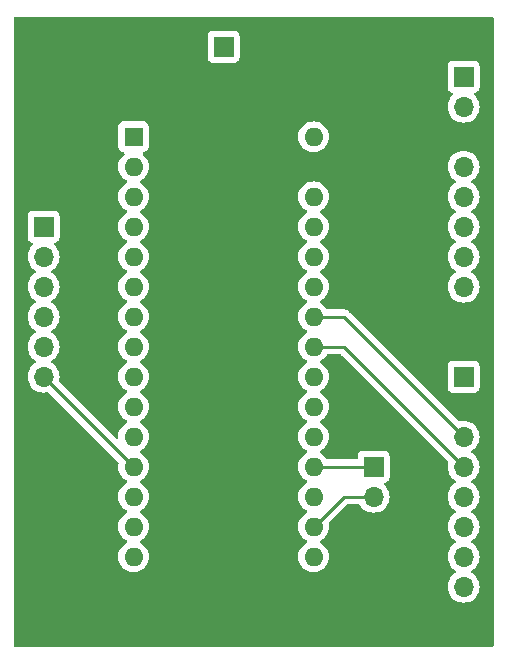
<source format=gbl>
G04 #@! TF.GenerationSoftware,KiCad,Pcbnew,7.0.10*
G04 #@! TF.CreationDate,2024-02-28T18:50:11-05:00*
G04 #@! TF.ProjectId,ApolloAvionics,41706f6c-6c6f-4417-9669-6f6e6963732e,rev?*
G04 #@! TF.SameCoordinates,Original*
G04 #@! TF.FileFunction,Copper,L2,Bot*
G04 #@! TF.FilePolarity,Positive*
%FSLAX46Y46*%
G04 Gerber Fmt 4.6, Leading zero omitted, Abs format (unit mm)*
G04 Created by KiCad (PCBNEW 7.0.10) date 2024-02-28 18:50:11*
%MOMM*%
%LPD*%
G01*
G04 APERTURE LIST*
G04 #@! TA.AperFunction,ComponentPad*
%ADD10R,1.700000X1.700000*%
G04 #@! TD*
G04 #@! TA.AperFunction,ComponentPad*
%ADD11O,1.700000X1.700000*%
G04 #@! TD*
G04 #@! TA.AperFunction,ComponentPad*
%ADD12R,1.600000X1.600000*%
G04 #@! TD*
G04 #@! TA.AperFunction,ComponentPad*
%ADD13O,1.600000X1.600000*%
G04 #@! TD*
G04 #@! TA.AperFunction,Conductor*
%ADD14C,0.250000*%
G04 #@! TD*
G04 APERTURE END LIST*
D10*
G04 #@! TO.P,ESC1,1,VCC*
G04 #@! TO.N,Net-(A1-VIN)*
X58420000Y-55880000D03*
D11*
G04 #@! TO.P,ESC1,2,SGND*
G04 #@! TO.N,Net-(ESC1-SGND)*
X58420000Y-58420000D03*
G04 #@! TO.P,ESC1,3,S1*
G04 #@! TO.N,Net-(A1-D5)*
X58420000Y-60960000D03*
G04 #@! TO.P,ESC1,4,S2*
G04 #@! TO.N,Net-(A1-D6)*
X58420000Y-63500000D03*
G04 #@! TO.P,ESC1,5,S3*
G04 #@! TO.N,Net-(A1-D10)*
X58420000Y-66040000D03*
G04 #@! TO.P,ESC1,6,S4*
G04 #@! TO.N,Net-(A1-D9)*
X58420000Y-68580000D03*
G04 #@! TO.P,ESC1,7,GND*
G04 #@! TO.N,GND*
X58420000Y-71120000D03*
G04 #@! TD*
D12*
G04 #@! TO.P,A1,1,D1/TX*
G04 #@! TO.N,unconnected-(A1-D1{slash}TX-Pad1)*
X66040000Y-48260000D03*
D13*
G04 #@! TO.P,A1,2,D0/RX*
G04 #@! TO.N,unconnected-(A1-D0{slash}RX-Pad2)*
X66040000Y-50800000D03*
G04 #@! TO.P,A1,3,~{RESET}*
G04 #@! TO.N,unconnected-(A1-~{RESET}-Pad3)*
X66040000Y-53340000D03*
G04 #@! TO.P,A1,4,GND*
G04 #@! TO.N,Net-(ESC1-SGND)*
X66040000Y-55880000D03*
G04 #@! TO.P,A1,5,D2*
G04 #@! TO.N,unconnected-(A1-D2-Pad5)*
X66040000Y-58420000D03*
G04 #@! TO.P,A1,6,D3*
G04 #@! TO.N,unconnected-(A1-D3-Pad6)*
X66040000Y-60960000D03*
G04 #@! TO.P,A1,7,D4*
G04 #@! TO.N,unconnected-(A1-D4-Pad7)*
X66040000Y-63500000D03*
G04 #@! TO.P,A1,8,D5*
G04 #@! TO.N,Net-(A1-D5)*
X66040000Y-66040000D03*
G04 #@! TO.P,A1,9,D6*
G04 #@! TO.N,Net-(A1-D6)*
X66040000Y-68580000D03*
G04 #@! TO.P,A1,10,D7*
G04 #@! TO.N,unconnected-(A1-D7-Pad10)*
X66040000Y-71120000D03*
G04 #@! TO.P,A1,11,D8*
G04 #@! TO.N,unconnected-(A1-D8-Pad11)*
X66040000Y-73660000D03*
G04 #@! TO.P,A1,12,D9*
G04 #@! TO.N,Net-(A1-D9)*
X66040000Y-76200000D03*
G04 #@! TO.P,A1,13,D10*
G04 #@! TO.N,Net-(A1-D10)*
X66040000Y-78740000D03*
G04 #@! TO.P,A1,14,D11*
G04 #@! TO.N,unconnected-(A1-D11-Pad14)*
X66040000Y-81280000D03*
G04 #@! TO.P,A1,15,D12*
G04 #@! TO.N,unconnected-(A1-D12-Pad15)*
X66040000Y-83820000D03*
G04 #@! TO.P,A1,16,D13*
G04 #@! TO.N,unconnected-(A1-D13-Pad16)*
X81280000Y-83820000D03*
G04 #@! TO.P,A1,17,3V3*
G04 #@! TO.N,Net-(A1-3V3)*
X81280000Y-81280000D03*
G04 #@! TO.P,A1,18,AREF*
G04 #@! TO.N,unconnected-(A1-AREF-Pad18)*
X81280000Y-78740000D03*
G04 #@! TO.P,A1,19,A0*
G04 #@! TO.N,Net-(A1-A0)*
X81280000Y-76200000D03*
G04 #@! TO.P,A1,20,A1*
G04 #@! TO.N,unconnected-(A1-A1-Pad20)*
X81280000Y-73660000D03*
G04 #@! TO.P,A1,21,A2*
G04 #@! TO.N,unconnected-(A1-A2-Pad21)*
X81280000Y-71120000D03*
G04 #@! TO.P,A1,22,A3*
G04 #@! TO.N,unconnected-(A1-A3-Pad22)*
X81280000Y-68580000D03*
G04 #@! TO.P,A1,23,A4*
G04 #@! TO.N,Net-(A1-A4)*
X81280000Y-66040000D03*
G04 #@! TO.P,A1,24,A5*
G04 #@! TO.N,Net-(A1-A5)*
X81280000Y-63500000D03*
G04 #@! TO.P,A1,25,A6*
G04 #@! TO.N,unconnected-(A1-A6-Pad25)*
X81280000Y-60960000D03*
G04 #@! TO.P,A1,26,A7*
G04 #@! TO.N,unconnected-(A1-A7-Pad26)*
X81280000Y-58420000D03*
G04 #@! TO.P,A1,27,+5V*
G04 #@! TO.N,+5V*
X81280000Y-55880000D03*
G04 #@! TO.P,A1,28,~{RESET}*
G04 #@! TO.N,unconnected-(A1-~{RESET}-Pad28)*
X81280000Y-53340000D03*
G04 #@! TO.P,A1,29,GND*
G04 #@! TO.N,GND*
X81280000Y-50800000D03*
G04 #@! TO.P,A1,30,VIN*
G04 #@! TO.N,Net-(A1-VIN)*
X81280000Y-48260000D03*
G04 #@! TD*
D10*
G04 #@! TO.P,BMP1,1,VIN*
G04 #@! TO.N,+5V*
X93980000Y-43180000D03*
D11*
G04 #@! TO.P,BMP1,2,3Vo*
G04 #@! TO.N,unconnected-(BMP1-3Vo-Pad2)*
X93980000Y-45720000D03*
G04 #@! TO.P,BMP1,3,GND*
G04 #@! TO.N,GND*
X93980000Y-48260000D03*
G04 #@! TO.P,BMP1,4,SCL*
G04 #@! TO.N,Net-(A1-A5)*
X93980000Y-50800000D03*
G04 #@! TO.P,BMP1,5,SDO*
G04 #@! TO.N,unconnected-(BMP1-SDO-Pad5)*
X93980000Y-53340000D03*
G04 #@! TO.P,BMP1,6,SDA*
G04 #@! TO.N,Net-(A1-A4)*
X93980000Y-55880000D03*
G04 #@! TO.P,BMP1,7,CS*
G04 #@! TO.N,unconnected-(BMP1-CS-Pad7)*
X93980000Y-58420000D03*
G04 #@! TO.P,BMP1,8,INT*
G04 #@! TO.N,unconnected-(BMP1-INT-Pad8)*
X93980000Y-60960000D03*
G04 #@! TD*
D10*
G04 #@! TO.P,SRV1,1,PWM*
G04 #@! TO.N,Net-(A1-A0)*
X86360000Y-76200000D03*
D11*
G04 #@! TO.P,SRV1,2,+*
G04 #@! TO.N,Net-(A1-3V3)*
X86360000Y-78740000D03*
G04 #@! TO.P,SRV1,3,-*
G04 #@! TO.N,GND*
X86360000Y-81280000D03*
G04 #@! TD*
D10*
G04 #@! TO.P,BT1,1,+*
G04 #@! TO.N,Net-(A1-VIN)*
X73660000Y-40640000D03*
D11*
G04 #@! TO.P,BT1,2,-*
G04 #@! TO.N,GND*
X76200000Y-40640000D03*
G04 #@! TD*
D10*
G04 #@! TO.P,MPU1,1,VCC*
G04 #@! TO.N,+5V*
X93980000Y-68580000D03*
D11*
G04 #@! TO.P,MPU1,2,GND*
G04 #@! TO.N,GND*
X93980000Y-71120000D03*
G04 #@! TO.P,MPU1,3,SCL*
G04 #@! TO.N,Net-(A1-A5)*
X93980000Y-73660000D03*
G04 #@! TO.P,MPU1,4,SDA*
G04 #@! TO.N,Net-(A1-A4)*
X93980000Y-76200000D03*
G04 #@! TO.P,MPU1,5,XDA*
G04 #@! TO.N,unconnected-(MPU1-XDA-Pad5)*
X93980000Y-78740000D03*
G04 #@! TO.P,MPU1,6,XCL*
G04 #@! TO.N,unconnected-(MPU1-XCL-Pad6)*
X93980000Y-81280000D03*
G04 #@! TO.P,MPU1,7,ADO*
G04 #@! TO.N,unconnected-(MPU1-ADO-Pad7)*
X93980000Y-83820000D03*
G04 #@! TO.P,MPU1,8,INT*
G04 #@! TO.N,unconnected-(MPU1-INT-Pad8)*
X93980000Y-86360000D03*
G04 #@! TD*
D14*
G04 #@! TO.N,Net-(A1-D9)*
X58420000Y-68580000D02*
X66040000Y-76200000D01*
G04 #@! TO.N,Net-(A1-3V3)*
X83820000Y-78740000D02*
X81280000Y-81280000D01*
X86360000Y-78740000D02*
X83820000Y-78740000D01*
G04 #@! TO.N,Net-(A1-A0)*
X86360000Y-76200000D02*
X81280000Y-76200000D01*
G04 #@! TO.N,Net-(A1-A4)*
X93980000Y-76200000D02*
X83820000Y-66040000D01*
X83820000Y-66040000D02*
X81280000Y-66040000D01*
G04 #@! TO.N,Net-(A1-A5)*
X83820000Y-63500000D02*
X81280000Y-63500000D01*
X93980000Y-73660000D02*
X83820000Y-63500000D01*
G04 #@! TD*
G04 #@! TA.AperFunction,Conductor*
G04 #@! TO.N,GND*
G36*
X96462539Y-38120185D02*
G01*
X96508294Y-38172989D01*
X96519500Y-38224500D01*
X96519500Y-91315500D01*
X96499815Y-91382539D01*
X96447011Y-91428294D01*
X96395500Y-91439500D01*
X56004500Y-91439500D01*
X55937461Y-91419815D01*
X55891706Y-91367011D01*
X55880500Y-91315500D01*
X55880500Y-68580000D01*
X57064341Y-68580000D01*
X57084936Y-68815403D01*
X57084938Y-68815413D01*
X57146094Y-69043655D01*
X57146096Y-69043659D01*
X57146097Y-69043663D01*
X57234262Y-69232732D01*
X57245965Y-69257830D01*
X57245967Y-69257834D01*
X57354281Y-69412521D01*
X57381505Y-69451401D01*
X57548599Y-69618495D01*
X57645384Y-69686265D01*
X57742165Y-69754032D01*
X57742167Y-69754033D01*
X57742170Y-69754035D01*
X57956337Y-69853903D01*
X58184592Y-69915063D01*
X58361034Y-69930500D01*
X58419999Y-69935659D01*
X58420000Y-69935659D01*
X58420001Y-69935659D01*
X58478966Y-69930500D01*
X58655408Y-69915063D01*
X58755873Y-69888143D01*
X58825722Y-69889806D01*
X58875647Y-69920237D01*
X64740586Y-75785177D01*
X64774071Y-75846500D01*
X64772680Y-75904949D01*
X64754367Y-75973296D01*
X64754364Y-75973313D01*
X64734532Y-76199999D01*
X64734532Y-76200001D01*
X64754364Y-76426686D01*
X64754366Y-76426697D01*
X64813258Y-76646488D01*
X64813261Y-76646497D01*
X64909431Y-76852732D01*
X64909432Y-76852734D01*
X65039954Y-77039141D01*
X65200858Y-77200045D01*
X65200861Y-77200047D01*
X65387266Y-77330568D01*
X65445275Y-77357618D01*
X65497714Y-77403791D01*
X65516866Y-77470984D01*
X65496650Y-77537865D01*
X65445275Y-77582381D01*
X65428272Y-77590310D01*
X65387267Y-77609431D01*
X65387265Y-77609432D01*
X65200858Y-77739954D01*
X65039954Y-77900858D01*
X64909432Y-78087265D01*
X64909431Y-78087267D01*
X64813261Y-78293502D01*
X64813258Y-78293511D01*
X64754366Y-78513302D01*
X64754364Y-78513313D01*
X64734532Y-78739998D01*
X64734532Y-78740001D01*
X64754364Y-78966686D01*
X64754366Y-78966697D01*
X64813258Y-79186488D01*
X64813261Y-79186497D01*
X64909431Y-79392732D01*
X64909432Y-79392734D01*
X65039954Y-79579141D01*
X65200858Y-79740045D01*
X65200861Y-79740047D01*
X65387266Y-79870568D01*
X65445275Y-79897618D01*
X65497714Y-79943791D01*
X65516866Y-80010984D01*
X65496650Y-80077865D01*
X65445275Y-80122382D01*
X65387267Y-80149431D01*
X65387265Y-80149432D01*
X65200858Y-80279954D01*
X65039954Y-80440858D01*
X64909432Y-80627265D01*
X64909431Y-80627267D01*
X64813261Y-80833502D01*
X64813258Y-80833511D01*
X64754366Y-81053302D01*
X64754364Y-81053313D01*
X64734532Y-81279998D01*
X64734532Y-81280001D01*
X64754364Y-81506686D01*
X64754366Y-81506697D01*
X64813258Y-81726488D01*
X64813261Y-81726497D01*
X64909431Y-81932732D01*
X64909432Y-81932734D01*
X65039954Y-82119141D01*
X65200858Y-82280045D01*
X65200861Y-82280047D01*
X65387266Y-82410568D01*
X65445275Y-82437618D01*
X65497714Y-82483791D01*
X65516866Y-82550984D01*
X65496650Y-82617865D01*
X65445275Y-82662382D01*
X65387267Y-82689431D01*
X65387265Y-82689432D01*
X65200858Y-82819954D01*
X65039954Y-82980858D01*
X64909432Y-83167265D01*
X64909431Y-83167267D01*
X64813261Y-83373502D01*
X64813258Y-83373511D01*
X64754366Y-83593302D01*
X64754364Y-83593313D01*
X64734532Y-83819998D01*
X64734532Y-83820001D01*
X64754364Y-84046686D01*
X64754366Y-84046697D01*
X64813258Y-84266488D01*
X64813261Y-84266497D01*
X64909431Y-84472732D01*
X64909432Y-84472734D01*
X65039954Y-84659141D01*
X65200858Y-84820045D01*
X65200861Y-84820047D01*
X65387266Y-84950568D01*
X65593504Y-85046739D01*
X65813308Y-85105635D01*
X65975230Y-85119801D01*
X66039998Y-85125468D01*
X66040000Y-85125468D01*
X66040002Y-85125468D01*
X66096673Y-85120509D01*
X66266692Y-85105635D01*
X66486496Y-85046739D01*
X66692734Y-84950568D01*
X66879139Y-84820047D01*
X67040047Y-84659139D01*
X67170568Y-84472734D01*
X67266739Y-84266496D01*
X67325635Y-84046692D01*
X67345468Y-83820001D01*
X79974532Y-83820001D01*
X79994364Y-84046686D01*
X79994366Y-84046697D01*
X80053258Y-84266488D01*
X80053261Y-84266497D01*
X80149431Y-84472732D01*
X80149432Y-84472734D01*
X80279954Y-84659141D01*
X80440858Y-84820045D01*
X80440861Y-84820047D01*
X80627266Y-84950568D01*
X80833504Y-85046739D01*
X81053308Y-85105635D01*
X81215230Y-85119801D01*
X81279998Y-85125468D01*
X81280000Y-85125468D01*
X81280002Y-85125468D01*
X81336673Y-85120509D01*
X81506692Y-85105635D01*
X81726496Y-85046739D01*
X81932734Y-84950568D01*
X82119139Y-84820047D01*
X82280047Y-84659139D01*
X82410568Y-84472734D01*
X82506739Y-84266496D01*
X82565635Y-84046692D01*
X82585468Y-83820000D01*
X82565635Y-83593308D01*
X82506739Y-83373504D01*
X82410568Y-83167266D01*
X82280047Y-82980861D01*
X82280045Y-82980858D01*
X82119141Y-82819954D01*
X81932734Y-82689432D01*
X81932728Y-82689429D01*
X81874725Y-82662382D01*
X81822285Y-82616210D01*
X81803133Y-82549017D01*
X81823348Y-82482135D01*
X81874725Y-82437618D01*
X81932734Y-82410568D01*
X82119139Y-82280047D01*
X82280047Y-82119139D01*
X82410568Y-81932734D01*
X82506739Y-81726496D01*
X82565635Y-81506692D01*
X82585468Y-81280000D01*
X82565635Y-81053308D01*
X82547318Y-80984948D01*
X82548981Y-80915103D01*
X82579410Y-80865179D01*
X84042772Y-79401819D01*
X84104095Y-79368334D01*
X84130453Y-79365500D01*
X85084773Y-79365500D01*
X85151812Y-79385185D01*
X85186348Y-79418377D01*
X85321500Y-79611395D01*
X85321505Y-79611401D01*
X85488599Y-79778495D01*
X85585384Y-79846265D01*
X85682165Y-79914032D01*
X85682167Y-79914033D01*
X85682170Y-79914035D01*
X85896337Y-80013903D01*
X86124592Y-80075063D01*
X86312918Y-80091539D01*
X86359999Y-80095659D01*
X86360000Y-80095659D01*
X86360001Y-80095659D01*
X86399234Y-80092226D01*
X86595408Y-80075063D01*
X86823663Y-80013903D01*
X87037830Y-79914035D01*
X87231401Y-79778495D01*
X87398495Y-79611401D01*
X87534035Y-79417830D01*
X87633903Y-79203663D01*
X87695063Y-78975408D01*
X87715659Y-78740000D01*
X87695063Y-78504592D01*
X87633903Y-78276337D01*
X87534035Y-78062171D01*
X87533651Y-78061623D01*
X87398496Y-77868600D01*
X87398493Y-77868597D01*
X87276567Y-77746671D01*
X87243084Y-77685351D01*
X87248068Y-77615659D01*
X87289939Y-77559725D01*
X87320915Y-77542810D01*
X87452331Y-77493796D01*
X87567546Y-77407546D01*
X87653796Y-77292331D01*
X87704091Y-77157483D01*
X87710500Y-77097873D01*
X87710499Y-75302128D01*
X87704091Y-75242517D01*
X87653796Y-75107669D01*
X87653795Y-75107668D01*
X87653793Y-75107664D01*
X87567547Y-74992455D01*
X87567544Y-74992452D01*
X87452335Y-74906206D01*
X87452328Y-74906202D01*
X87317482Y-74855908D01*
X87317483Y-74855908D01*
X87257883Y-74849501D01*
X87257881Y-74849500D01*
X87257873Y-74849500D01*
X87257864Y-74849500D01*
X85462129Y-74849500D01*
X85462123Y-74849501D01*
X85402516Y-74855908D01*
X85267671Y-74906202D01*
X85267664Y-74906206D01*
X85152455Y-74992452D01*
X85152452Y-74992455D01*
X85066206Y-75107664D01*
X85066202Y-75107671D01*
X85015908Y-75242517D01*
X85009501Y-75302116D01*
X85009501Y-75302123D01*
X85009500Y-75302135D01*
X85009500Y-75450500D01*
X84989815Y-75517539D01*
X84937011Y-75563294D01*
X84885500Y-75574500D01*
X82494188Y-75574500D01*
X82427149Y-75554815D01*
X82392613Y-75521623D01*
X82280045Y-75360858D01*
X82119141Y-75199954D01*
X81932734Y-75069432D01*
X81932728Y-75069429D01*
X81874725Y-75042382D01*
X81822285Y-74996210D01*
X81803133Y-74929017D01*
X81823348Y-74862135D01*
X81874725Y-74817618D01*
X81932734Y-74790568D01*
X82119139Y-74660047D01*
X82280047Y-74499139D01*
X82410568Y-74312734D01*
X82506739Y-74106496D01*
X82565635Y-73886692D01*
X82585468Y-73660000D01*
X82565635Y-73433308D01*
X82506739Y-73213504D01*
X82410568Y-73007266D01*
X82280047Y-72820861D01*
X82280045Y-72820858D01*
X82119141Y-72659954D01*
X81932734Y-72529432D01*
X81932728Y-72529429D01*
X81874725Y-72502382D01*
X81822285Y-72456210D01*
X81803133Y-72389017D01*
X81823348Y-72322135D01*
X81874725Y-72277618D01*
X81932734Y-72250568D01*
X82119139Y-72120047D01*
X82280047Y-71959139D01*
X82410568Y-71772734D01*
X82506739Y-71566496D01*
X82565635Y-71346692D01*
X82585468Y-71120000D01*
X82565635Y-70893308D01*
X82506739Y-70673504D01*
X82410568Y-70467266D01*
X82280047Y-70280861D01*
X82280045Y-70280858D01*
X82119141Y-70119954D01*
X81932734Y-69989432D01*
X81932728Y-69989429D01*
X81874725Y-69962382D01*
X81822285Y-69916210D01*
X81803133Y-69849017D01*
X81823348Y-69782135D01*
X81874725Y-69737618D01*
X81932734Y-69710568D01*
X82119139Y-69580047D01*
X82280047Y-69419139D01*
X82410568Y-69232734D01*
X82506739Y-69026496D01*
X82565635Y-68806692D01*
X82585468Y-68580000D01*
X82565635Y-68353308D01*
X82506739Y-68133504D01*
X82410568Y-67927266D01*
X82280047Y-67740861D01*
X82280045Y-67740858D01*
X82119141Y-67579954D01*
X81932734Y-67449432D01*
X81932728Y-67449429D01*
X81874725Y-67422382D01*
X81822285Y-67376210D01*
X81803133Y-67309017D01*
X81823348Y-67242135D01*
X81874725Y-67197618D01*
X81932734Y-67170568D01*
X82119139Y-67040047D01*
X82280047Y-66879139D01*
X82392613Y-66718377D01*
X82447189Y-66674752D01*
X82494188Y-66665500D01*
X83509548Y-66665500D01*
X83576587Y-66685185D01*
X83597229Y-66701819D01*
X92639762Y-75744352D01*
X92673247Y-75805675D01*
X92671856Y-75864126D01*
X92644938Y-75964586D01*
X92644936Y-75964596D01*
X92624341Y-76199999D01*
X92624341Y-76200000D01*
X92644936Y-76435403D01*
X92644938Y-76435413D01*
X92706094Y-76663655D01*
X92706096Y-76663659D01*
X92706097Y-76663663D01*
X92781563Y-76825500D01*
X92805965Y-76877830D01*
X92805967Y-76877834D01*
X92941501Y-77071395D01*
X92941506Y-77071402D01*
X93108597Y-77238493D01*
X93108603Y-77238498D01*
X93294158Y-77368425D01*
X93337783Y-77423002D01*
X93344977Y-77492500D01*
X93313454Y-77554855D01*
X93294158Y-77571575D01*
X93108597Y-77701505D01*
X92941505Y-77868597D01*
X92805965Y-78062169D01*
X92805964Y-78062171D01*
X92706098Y-78276335D01*
X92706094Y-78276344D01*
X92644938Y-78504586D01*
X92644936Y-78504596D01*
X92624341Y-78739999D01*
X92624341Y-78740000D01*
X92644936Y-78975403D01*
X92644938Y-78975413D01*
X92706094Y-79203655D01*
X92706096Y-79203659D01*
X92706097Y-79203663D01*
X92781563Y-79365500D01*
X92805965Y-79417830D01*
X92805967Y-79417834D01*
X92914281Y-79572521D01*
X92941501Y-79611396D01*
X92941506Y-79611402D01*
X93108597Y-79778493D01*
X93108603Y-79778498D01*
X93294158Y-79908425D01*
X93337783Y-79963002D01*
X93344977Y-80032500D01*
X93313454Y-80094855D01*
X93294158Y-80111575D01*
X93108597Y-80241505D01*
X92941505Y-80408597D01*
X92805965Y-80602169D01*
X92805964Y-80602171D01*
X92706098Y-80816335D01*
X92706094Y-80816344D01*
X92644938Y-81044586D01*
X92644936Y-81044596D01*
X92624341Y-81279999D01*
X92624341Y-81280000D01*
X92644936Y-81515403D01*
X92644938Y-81515413D01*
X92706094Y-81743655D01*
X92706096Y-81743659D01*
X92706097Y-81743663D01*
X92794262Y-81932732D01*
X92805965Y-81957830D01*
X92805967Y-81957834D01*
X92941501Y-82151395D01*
X92941506Y-82151402D01*
X93108597Y-82318493D01*
X93108603Y-82318498D01*
X93294158Y-82448425D01*
X93337783Y-82503002D01*
X93344977Y-82572500D01*
X93313454Y-82634855D01*
X93294158Y-82651575D01*
X93108597Y-82781505D01*
X92941505Y-82948597D01*
X92805965Y-83142169D01*
X92805964Y-83142171D01*
X92706098Y-83356335D01*
X92706094Y-83356344D01*
X92644938Y-83584586D01*
X92644936Y-83584596D01*
X92624341Y-83819999D01*
X92624341Y-83820000D01*
X92644936Y-84055403D01*
X92644938Y-84055413D01*
X92706094Y-84283655D01*
X92706096Y-84283659D01*
X92706097Y-84283663D01*
X92794262Y-84472732D01*
X92805965Y-84497830D01*
X92805967Y-84497834D01*
X92941501Y-84691395D01*
X92941506Y-84691402D01*
X93108597Y-84858493D01*
X93108603Y-84858498D01*
X93294158Y-84988425D01*
X93337783Y-85043002D01*
X93344977Y-85112500D01*
X93313454Y-85174855D01*
X93294158Y-85191575D01*
X93108597Y-85321505D01*
X92941505Y-85488597D01*
X92805965Y-85682169D01*
X92805964Y-85682171D01*
X92706098Y-85896335D01*
X92706094Y-85896344D01*
X92644938Y-86124586D01*
X92644936Y-86124596D01*
X92624341Y-86359999D01*
X92624341Y-86360000D01*
X92644936Y-86595403D01*
X92644938Y-86595413D01*
X92706094Y-86823655D01*
X92706096Y-86823659D01*
X92706097Y-86823663D01*
X92805965Y-87037830D01*
X92805967Y-87037834D01*
X92914281Y-87192521D01*
X92941505Y-87231401D01*
X93108599Y-87398495D01*
X93205384Y-87466265D01*
X93302165Y-87534032D01*
X93302167Y-87534033D01*
X93302170Y-87534035D01*
X93516337Y-87633903D01*
X93744592Y-87695063D01*
X93932918Y-87711539D01*
X93979999Y-87715659D01*
X93980000Y-87715659D01*
X93980001Y-87715659D01*
X94019234Y-87712226D01*
X94215408Y-87695063D01*
X94443663Y-87633903D01*
X94657830Y-87534035D01*
X94851401Y-87398495D01*
X95018495Y-87231401D01*
X95154035Y-87037830D01*
X95253903Y-86823663D01*
X95315063Y-86595408D01*
X95335659Y-86360000D01*
X95315063Y-86124592D01*
X95253903Y-85896337D01*
X95154035Y-85682171D01*
X95018495Y-85488599D01*
X95018494Y-85488597D01*
X94851402Y-85321506D01*
X94851396Y-85321501D01*
X94665842Y-85191575D01*
X94622217Y-85136998D01*
X94615023Y-85067500D01*
X94646546Y-85005145D01*
X94665842Y-84988425D01*
X94719909Y-84950567D01*
X94851401Y-84858495D01*
X95018495Y-84691401D01*
X95154035Y-84497830D01*
X95253903Y-84283663D01*
X95315063Y-84055408D01*
X95335659Y-83820000D01*
X95315063Y-83584592D01*
X95253903Y-83356337D01*
X95154035Y-83142171D01*
X95018495Y-82948599D01*
X95018494Y-82948597D01*
X94851402Y-82781506D01*
X94851396Y-82781501D01*
X94665842Y-82651575D01*
X94622217Y-82596998D01*
X94615023Y-82527500D01*
X94646546Y-82465145D01*
X94665842Y-82448425D01*
X94719909Y-82410567D01*
X94851401Y-82318495D01*
X95018495Y-82151401D01*
X95154035Y-81957830D01*
X95253903Y-81743663D01*
X95315063Y-81515408D01*
X95335659Y-81280000D01*
X95315063Y-81044592D01*
X95253903Y-80816337D01*
X95154035Y-80602171D01*
X95018495Y-80408599D01*
X95018494Y-80408597D01*
X94851402Y-80241506D01*
X94851396Y-80241501D01*
X94665842Y-80111575D01*
X94622217Y-80056998D01*
X94615023Y-79987500D01*
X94646546Y-79925145D01*
X94665842Y-79908425D01*
X94719909Y-79870567D01*
X94851401Y-79778495D01*
X95018495Y-79611401D01*
X95154035Y-79417830D01*
X95253903Y-79203663D01*
X95315063Y-78975408D01*
X95335659Y-78740000D01*
X95315063Y-78504592D01*
X95253903Y-78276337D01*
X95154035Y-78062171D01*
X95153652Y-78061623D01*
X95018494Y-77868597D01*
X94851402Y-77701506D01*
X94851396Y-77701501D01*
X94665842Y-77571575D01*
X94622217Y-77516998D01*
X94615023Y-77447500D01*
X94646546Y-77385145D01*
X94665842Y-77368425D01*
X94719909Y-77330567D01*
X94851401Y-77238495D01*
X95018495Y-77071401D01*
X95154035Y-76877830D01*
X95253903Y-76663663D01*
X95315063Y-76435408D01*
X95335659Y-76200000D01*
X95315063Y-75964592D01*
X95253903Y-75736337D01*
X95154035Y-75522171D01*
X95153652Y-75521623D01*
X95018494Y-75328597D01*
X94851402Y-75161506D01*
X94851396Y-75161501D01*
X94665842Y-75031575D01*
X94622217Y-74976998D01*
X94615023Y-74907500D01*
X94646546Y-74845145D01*
X94665842Y-74828425D01*
X94719909Y-74790567D01*
X94851401Y-74698495D01*
X95018495Y-74531401D01*
X95154035Y-74337830D01*
X95253903Y-74123663D01*
X95315063Y-73895408D01*
X95335659Y-73660000D01*
X95315063Y-73424592D01*
X95253903Y-73196337D01*
X95154035Y-72982171D01*
X95018495Y-72788599D01*
X95018494Y-72788597D01*
X94851402Y-72621506D01*
X94851395Y-72621501D01*
X94657834Y-72485967D01*
X94657830Y-72485965D01*
X94443663Y-72386097D01*
X94443659Y-72386096D01*
X94443655Y-72386094D01*
X94215413Y-72324938D01*
X94215403Y-72324936D01*
X93980001Y-72304341D01*
X93979999Y-72304341D01*
X93744596Y-72324936D01*
X93744586Y-72324938D01*
X93644126Y-72351856D01*
X93574276Y-72350193D01*
X93524352Y-72319762D01*
X90682460Y-69477870D01*
X92629500Y-69477870D01*
X92629501Y-69477876D01*
X92635908Y-69537483D01*
X92686202Y-69672328D01*
X92686206Y-69672335D01*
X92772452Y-69787544D01*
X92772455Y-69787547D01*
X92887664Y-69873793D01*
X92887671Y-69873797D01*
X93022517Y-69924091D01*
X93022516Y-69924091D01*
X93029444Y-69924835D01*
X93082127Y-69930500D01*
X94877872Y-69930499D01*
X94937483Y-69924091D01*
X95072331Y-69873796D01*
X95187546Y-69787546D01*
X95273796Y-69672331D01*
X95324091Y-69537483D01*
X95330500Y-69477873D01*
X95330499Y-67682128D01*
X95324091Y-67622517D01*
X95273796Y-67487669D01*
X95273795Y-67487668D01*
X95273793Y-67487664D01*
X95187547Y-67372455D01*
X95187544Y-67372452D01*
X95072335Y-67286206D01*
X95072328Y-67286202D01*
X94937482Y-67235908D01*
X94937483Y-67235908D01*
X94877883Y-67229501D01*
X94877881Y-67229500D01*
X94877873Y-67229500D01*
X94877864Y-67229500D01*
X93082129Y-67229500D01*
X93082123Y-67229501D01*
X93022516Y-67235908D01*
X92887671Y-67286202D01*
X92887664Y-67286206D01*
X92772455Y-67372452D01*
X92772452Y-67372455D01*
X92686206Y-67487664D01*
X92686202Y-67487671D01*
X92635908Y-67622517D01*
X92629501Y-67682116D01*
X92629501Y-67682123D01*
X92629500Y-67682135D01*
X92629500Y-69477870D01*
X90682460Y-69477870D01*
X84320803Y-63116212D01*
X84310980Y-63103950D01*
X84310759Y-63104134D01*
X84305786Y-63098122D01*
X84256776Y-63052099D01*
X84253977Y-63049386D01*
X84234477Y-63029885D01*
X84234471Y-63029880D01*
X84231286Y-63027409D01*
X84222434Y-63019848D01*
X84190582Y-62989938D01*
X84190580Y-62989936D01*
X84190577Y-62989935D01*
X84173029Y-62980288D01*
X84156763Y-62969604D01*
X84140932Y-62957324D01*
X84100849Y-62939978D01*
X84090363Y-62934841D01*
X84052094Y-62913803D01*
X84052092Y-62913802D01*
X84032693Y-62908822D01*
X84014281Y-62902518D01*
X83995898Y-62894562D01*
X83995892Y-62894560D01*
X83952760Y-62887729D01*
X83941322Y-62885361D01*
X83899020Y-62874500D01*
X83899019Y-62874500D01*
X83878984Y-62874500D01*
X83859586Y-62872973D01*
X83852162Y-62871797D01*
X83839805Y-62869840D01*
X83839804Y-62869840D01*
X83796325Y-62873950D01*
X83784656Y-62874500D01*
X82494188Y-62874500D01*
X82427149Y-62854815D01*
X82392613Y-62821623D01*
X82280045Y-62660858D01*
X82119141Y-62499954D01*
X81932734Y-62369432D01*
X81932728Y-62369429D01*
X81874725Y-62342382D01*
X81822285Y-62296210D01*
X81803133Y-62229017D01*
X81823348Y-62162135D01*
X81874725Y-62117618D01*
X81932734Y-62090568D01*
X82119139Y-61960047D01*
X82280047Y-61799139D01*
X82410568Y-61612734D01*
X82506739Y-61406496D01*
X82565635Y-61186692D01*
X82585468Y-60960000D01*
X92624341Y-60960000D01*
X92644936Y-61195403D01*
X92644938Y-61195413D01*
X92706094Y-61423655D01*
X92706096Y-61423659D01*
X92706097Y-61423663D01*
X92794262Y-61612732D01*
X92805965Y-61637830D01*
X92805967Y-61637834D01*
X92914281Y-61792521D01*
X92941505Y-61831401D01*
X93108599Y-61998495D01*
X93205384Y-62066265D01*
X93302165Y-62134032D01*
X93302167Y-62134033D01*
X93302170Y-62134035D01*
X93516337Y-62233903D01*
X93744592Y-62295063D01*
X93932918Y-62311539D01*
X93979999Y-62315659D01*
X93980000Y-62315659D01*
X93980001Y-62315659D01*
X94019234Y-62312226D01*
X94215408Y-62295063D01*
X94443663Y-62233903D01*
X94657830Y-62134035D01*
X94851401Y-61998495D01*
X95018495Y-61831401D01*
X95154035Y-61637830D01*
X95253903Y-61423663D01*
X95315063Y-61195408D01*
X95335659Y-60960000D01*
X95315063Y-60724592D01*
X95253903Y-60496337D01*
X95154035Y-60282171D01*
X95018495Y-60088599D01*
X95018494Y-60088597D01*
X94851402Y-59921506D01*
X94851396Y-59921501D01*
X94665842Y-59791575D01*
X94622217Y-59736998D01*
X94615023Y-59667500D01*
X94646546Y-59605145D01*
X94665842Y-59588425D01*
X94719909Y-59550567D01*
X94851401Y-59458495D01*
X95018495Y-59291401D01*
X95154035Y-59097830D01*
X95253903Y-58883663D01*
X95315063Y-58655408D01*
X95335659Y-58420000D01*
X95315063Y-58184592D01*
X95253903Y-57956337D01*
X95154035Y-57742171D01*
X95018495Y-57548599D01*
X95018494Y-57548597D01*
X94851402Y-57381506D01*
X94851396Y-57381501D01*
X94665842Y-57251575D01*
X94622217Y-57196998D01*
X94615023Y-57127500D01*
X94646546Y-57065145D01*
X94665842Y-57048425D01*
X94719909Y-57010567D01*
X94851401Y-56918495D01*
X95018495Y-56751401D01*
X95154035Y-56557830D01*
X95253903Y-56343663D01*
X95315063Y-56115408D01*
X95335659Y-55880000D01*
X95315063Y-55644592D01*
X95253903Y-55416337D01*
X95154035Y-55202171D01*
X95018495Y-55008599D01*
X95018494Y-55008597D01*
X94851402Y-54841506D01*
X94851396Y-54841501D01*
X94665842Y-54711575D01*
X94622217Y-54656998D01*
X94615023Y-54587500D01*
X94646546Y-54525145D01*
X94665842Y-54508425D01*
X94719909Y-54470567D01*
X94851401Y-54378495D01*
X95018495Y-54211401D01*
X95154035Y-54017830D01*
X95253903Y-53803663D01*
X95315063Y-53575408D01*
X95335659Y-53340000D01*
X95315063Y-53104592D01*
X95253903Y-52876337D01*
X95154035Y-52662171D01*
X95018495Y-52468599D01*
X95018494Y-52468597D01*
X94851402Y-52301506D01*
X94851396Y-52301501D01*
X94665842Y-52171575D01*
X94622217Y-52116998D01*
X94615023Y-52047500D01*
X94646546Y-51985145D01*
X94665842Y-51968425D01*
X94719909Y-51930567D01*
X94851401Y-51838495D01*
X95018495Y-51671401D01*
X95154035Y-51477830D01*
X95253903Y-51263663D01*
X95315063Y-51035408D01*
X95335659Y-50800000D01*
X95315063Y-50564592D01*
X95253903Y-50336337D01*
X95154035Y-50122171D01*
X95018495Y-49928599D01*
X95018494Y-49928597D01*
X94851402Y-49761506D01*
X94851395Y-49761501D01*
X94657834Y-49625967D01*
X94657830Y-49625965D01*
X94657828Y-49625964D01*
X94443663Y-49526097D01*
X94443659Y-49526096D01*
X94443655Y-49526094D01*
X94215413Y-49464938D01*
X94215403Y-49464936D01*
X93980001Y-49444341D01*
X93979999Y-49444341D01*
X93744596Y-49464936D01*
X93744586Y-49464938D01*
X93516344Y-49526094D01*
X93516335Y-49526098D01*
X93302171Y-49625964D01*
X93302169Y-49625965D01*
X93108597Y-49761505D01*
X92941505Y-49928597D01*
X92805965Y-50122169D01*
X92805964Y-50122171D01*
X92706098Y-50336335D01*
X92706094Y-50336344D01*
X92644938Y-50564586D01*
X92644936Y-50564596D01*
X92624341Y-50799999D01*
X92624341Y-50800000D01*
X92644936Y-51035403D01*
X92644938Y-51035413D01*
X92706094Y-51263655D01*
X92706096Y-51263659D01*
X92706097Y-51263663D01*
X92794262Y-51452732D01*
X92805965Y-51477830D01*
X92805967Y-51477834D01*
X92941501Y-51671395D01*
X92941506Y-51671402D01*
X93108597Y-51838493D01*
X93108603Y-51838498D01*
X93294158Y-51968425D01*
X93337783Y-52023002D01*
X93344977Y-52092500D01*
X93313454Y-52154855D01*
X93294158Y-52171575D01*
X93108597Y-52301505D01*
X92941505Y-52468597D01*
X92805965Y-52662169D01*
X92805964Y-52662171D01*
X92706098Y-52876335D01*
X92706094Y-52876344D01*
X92644938Y-53104586D01*
X92644936Y-53104596D01*
X92624341Y-53339999D01*
X92624341Y-53340000D01*
X92644936Y-53575403D01*
X92644938Y-53575413D01*
X92706094Y-53803655D01*
X92706096Y-53803659D01*
X92706097Y-53803663D01*
X92794262Y-53992732D01*
X92805965Y-54017830D01*
X92805967Y-54017834D01*
X92941501Y-54211395D01*
X92941506Y-54211402D01*
X93108597Y-54378493D01*
X93108603Y-54378498D01*
X93294158Y-54508425D01*
X93337783Y-54563002D01*
X93344977Y-54632500D01*
X93313454Y-54694855D01*
X93294158Y-54711575D01*
X93108597Y-54841505D01*
X92941505Y-55008597D01*
X92805965Y-55202169D01*
X92805964Y-55202171D01*
X92706098Y-55416335D01*
X92706094Y-55416344D01*
X92644938Y-55644586D01*
X92644936Y-55644596D01*
X92624341Y-55879999D01*
X92624341Y-55880000D01*
X92644936Y-56115403D01*
X92644938Y-56115413D01*
X92706094Y-56343655D01*
X92706096Y-56343659D01*
X92706097Y-56343663D01*
X92794262Y-56532732D01*
X92805965Y-56557830D01*
X92805967Y-56557834D01*
X92941501Y-56751395D01*
X92941506Y-56751402D01*
X93108597Y-56918493D01*
X93108603Y-56918498D01*
X93294158Y-57048425D01*
X93337783Y-57103002D01*
X93344977Y-57172500D01*
X93313454Y-57234855D01*
X93294158Y-57251575D01*
X93108597Y-57381505D01*
X92941505Y-57548597D01*
X92805965Y-57742169D01*
X92805964Y-57742171D01*
X92706098Y-57956335D01*
X92706094Y-57956344D01*
X92644938Y-58184586D01*
X92644936Y-58184596D01*
X92624341Y-58419999D01*
X92624341Y-58420000D01*
X92644936Y-58655403D01*
X92644938Y-58655413D01*
X92706094Y-58883655D01*
X92706096Y-58883659D01*
X92706097Y-58883663D01*
X92794262Y-59072732D01*
X92805965Y-59097830D01*
X92805967Y-59097834D01*
X92941501Y-59291395D01*
X92941506Y-59291402D01*
X93108597Y-59458493D01*
X93108603Y-59458498D01*
X93294158Y-59588425D01*
X93337783Y-59643002D01*
X93344977Y-59712500D01*
X93313454Y-59774855D01*
X93294158Y-59791575D01*
X93108597Y-59921505D01*
X92941505Y-60088597D01*
X92805965Y-60282169D01*
X92805964Y-60282171D01*
X92706098Y-60496335D01*
X92706094Y-60496344D01*
X92644938Y-60724586D01*
X92644936Y-60724596D01*
X92624341Y-60959999D01*
X92624341Y-60960000D01*
X82585468Y-60960000D01*
X82565635Y-60733308D01*
X82506739Y-60513504D01*
X82410568Y-60307266D01*
X82280047Y-60120861D01*
X82280045Y-60120858D01*
X82119141Y-59959954D01*
X81932734Y-59829432D01*
X81932728Y-59829429D01*
X81874725Y-59802382D01*
X81822285Y-59756210D01*
X81803133Y-59689017D01*
X81823348Y-59622135D01*
X81874725Y-59577618D01*
X81932734Y-59550568D01*
X82119139Y-59420047D01*
X82280047Y-59259139D01*
X82410568Y-59072734D01*
X82506739Y-58866496D01*
X82565635Y-58646692D01*
X82585468Y-58420000D01*
X82565635Y-58193308D01*
X82506739Y-57973504D01*
X82410568Y-57767266D01*
X82280047Y-57580861D01*
X82280045Y-57580858D01*
X82119141Y-57419954D01*
X81932734Y-57289432D01*
X81932728Y-57289429D01*
X81905038Y-57276517D01*
X81874724Y-57262381D01*
X81822285Y-57216210D01*
X81803133Y-57149017D01*
X81823348Y-57082135D01*
X81874725Y-57037618D01*
X81932734Y-57010568D01*
X82119139Y-56880047D01*
X82280047Y-56719139D01*
X82410568Y-56532734D01*
X82506739Y-56326496D01*
X82565635Y-56106692D01*
X82585468Y-55880000D01*
X82565635Y-55653308D01*
X82506739Y-55433504D01*
X82410568Y-55227266D01*
X82280047Y-55040861D01*
X82280045Y-55040858D01*
X82119141Y-54879954D01*
X81932734Y-54749432D01*
X81932728Y-54749429D01*
X81874725Y-54722382D01*
X81822285Y-54676210D01*
X81803133Y-54609017D01*
X81823348Y-54542135D01*
X81874725Y-54497618D01*
X81932734Y-54470568D01*
X82119139Y-54340047D01*
X82280047Y-54179139D01*
X82410568Y-53992734D01*
X82506739Y-53786496D01*
X82565635Y-53566692D01*
X82585468Y-53340000D01*
X82565635Y-53113308D01*
X82506739Y-52893504D01*
X82410568Y-52687266D01*
X82280047Y-52500861D01*
X82280045Y-52500858D01*
X82119141Y-52339954D01*
X81932734Y-52209432D01*
X81932732Y-52209431D01*
X81726497Y-52113261D01*
X81726488Y-52113258D01*
X81506697Y-52054366D01*
X81506693Y-52054365D01*
X81506692Y-52054365D01*
X81506691Y-52054364D01*
X81506686Y-52054364D01*
X81280002Y-52034532D01*
X81279998Y-52034532D01*
X81053313Y-52054364D01*
X81053302Y-52054366D01*
X80833511Y-52113258D01*
X80833502Y-52113261D01*
X80627267Y-52209431D01*
X80627265Y-52209432D01*
X80440858Y-52339954D01*
X80279954Y-52500858D01*
X80149432Y-52687265D01*
X80149431Y-52687267D01*
X80053261Y-52893502D01*
X80053258Y-52893511D01*
X79994366Y-53113302D01*
X79994364Y-53113313D01*
X79974532Y-53339998D01*
X79974532Y-53340001D01*
X79994364Y-53566686D01*
X79994366Y-53566697D01*
X80053258Y-53786488D01*
X80053261Y-53786497D01*
X80149431Y-53992732D01*
X80149432Y-53992734D01*
X80279954Y-54179141D01*
X80440858Y-54340045D01*
X80440861Y-54340047D01*
X80627266Y-54470568D01*
X80685275Y-54497618D01*
X80737714Y-54543791D01*
X80756866Y-54610984D01*
X80736650Y-54677865D01*
X80685275Y-54722382D01*
X80627267Y-54749431D01*
X80627265Y-54749432D01*
X80440858Y-54879954D01*
X80279954Y-55040858D01*
X80149432Y-55227265D01*
X80149431Y-55227267D01*
X80053261Y-55433502D01*
X80053258Y-55433511D01*
X79994366Y-55653302D01*
X79994364Y-55653313D01*
X79974532Y-55879998D01*
X79974532Y-55880001D01*
X79994364Y-56106686D01*
X79994366Y-56106697D01*
X80053258Y-56326488D01*
X80053261Y-56326497D01*
X80149431Y-56532732D01*
X80149432Y-56532734D01*
X80279954Y-56719141D01*
X80440858Y-56880045D01*
X80440861Y-56880047D01*
X80627266Y-57010568D01*
X80685275Y-57037618D01*
X80737714Y-57083791D01*
X80756866Y-57150984D01*
X80736650Y-57217865D01*
X80685275Y-57262381D01*
X80668272Y-57270310D01*
X80627267Y-57289431D01*
X80627265Y-57289432D01*
X80440858Y-57419954D01*
X80279954Y-57580858D01*
X80149432Y-57767265D01*
X80149431Y-57767267D01*
X80053261Y-57973502D01*
X80053258Y-57973511D01*
X79994366Y-58193302D01*
X79994364Y-58193313D01*
X79974532Y-58419998D01*
X79974532Y-58420001D01*
X79994364Y-58646686D01*
X79994366Y-58646697D01*
X80053258Y-58866488D01*
X80053261Y-58866497D01*
X80149431Y-59072732D01*
X80149432Y-59072734D01*
X80279954Y-59259141D01*
X80440858Y-59420045D01*
X80440861Y-59420047D01*
X80627266Y-59550568D01*
X80685275Y-59577618D01*
X80737714Y-59623791D01*
X80756866Y-59690984D01*
X80736650Y-59757865D01*
X80685275Y-59802382D01*
X80627267Y-59829431D01*
X80627265Y-59829432D01*
X80440858Y-59959954D01*
X80279954Y-60120858D01*
X80149432Y-60307265D01*
X80149431Y-60307267D01*
X80053261Y-60513502D01*
X80053258Y-60513511D01*
X79994366Y-60733302D01*
X79994364Y-60733313D01*
X79974532Y-60959998D01*
X79974532Y-60960001D01*
X79994364Y-61186686D01*
X79994366Y-61186697D01*
X80053258Y-61406488D01*
X80053261Y-61406497D01*
X80149431Y-61612732D01*
X80149432Y-61612734D01*
X80279954Y-61799141D01*
X80440858Y-61960045D01*
X80440861Y-61960047D01*
X80627266Y-62090568D01*
X80685275Y-62117618D01*
X80737714Y-62163791D01*
X80756866Y-62230984D01*
X80736650Y-62297865D01*
X80685275Y-62342382D01*
X80627267Y-62369431D01*
X80627265Y-62369432D01*
X80440858Y-62499954D01*
X80279954Y-62660858D01*
X80149432Y-62847265D01*
X80149431Y-62847267D01*
X80053261Y-63053502D01*
X80053258Y-63053511D01*
X79994366Y-63273302D01*
X79994364Y-63273313D01*
X79974532Y-63499998D01*
X79974532Y-63500001D01*
X79994364Y-63726686D01*
X79994366Y-63726697D01*
X80053258Y-63946488D01*
X80053261Y-63946497D01*
X80149431Y-64152732D01*
X80149432Y-64152734D01*
X80279954Y-64339141D01*
X80440858Y-64500045D01*
X80440861Y-64500047D01*
X80627266Y-64630568D01*
X80685275Y-64657618D01*
X80737714Y-64703791D01*
X80756866Y-64770984D01*
X80736650Y-64837865D01*
X80685275Y-64882382D01*
X80627267Y-64909431D01*
X80627265Y-64909432D01*
X80440858Y-65039954D01*
X80279954Y-65200858D01*
X80149432Y-65387265D01*
X80149431Y-65387267D01*
X80053261Y-65593502D01*
X80053258Y-65593511D01*
X79994366Y-65813302D01*
X79994364Y-65813313D01*
X79974532Y-66039998D01*
X79974532Y-66040001D01*
X79994364Y-66266686D01*
X79994366Y-66266697D01*
X80053258Y-66486488D01*
X80053261Y-66486497D01*
X80149431Y-66692732D01*
X80149432Y-66692734D01*
X80279954Y-66879141D01*
X80440858Y-67040045D01*
X80440861Y-67040047D01*
X80627266Y-67170568D01*
X80685275Y-67197618D01*
X80737714Y-67243791D01*
X80756866Y-67310984D01*
X80736650Y-67377865D01*
X80685275Y-67422382D01*
X80627267Y-67449431D01*
X80627265Y-67449432D01*
X80440858Y-67579954D01*
X80279954Y-67740858D01*
X80149432Y-67927265D01*
X80149431Y-67927267D01*
X80053261Y-68133502D01*
X80053258Y-68133511D01*
X79994366Y-68353302D01*
X79994364Y-68353313D01*
X79974532Y-68579998D01*
X79974532Y-68580001D01*
X79994364Y-68806686D01*
X79994366Y-68806697D01*
X80053258Y-69026488D01*
X80053261Y-69026497D01*
X80149431Y-69232732D01*
X80149432Y-69232734D01*
X80279954Y-69419141D01*
X80440858Y-69580045D01*
X80440861Y-69580047D01*
X80627266Y-69710568D01*
X80685275Y-69737618D01*
X80737714Y-69783791D01*
X80756866Y-69850984D01*
X80736650Y-69917865D01*
X80685275Y-69962382D01*
X80627267Y-69989431D01*
X80627265Y-69989432D01*
X80440858Y-70119954D01*
X80279954Y-70280858D01*
X80149432Y-70467265D01*
X80149431Y-70467267D01*
X80053261Y-70673502D01*
X80053258Y-70673511D01*
X79994366Y-70893302D01*
X79994364Y-70893313D01*
X79974532Y-71119998D01*
X79974532Y-71120001D01*
X79994364Y-71346686D01*
X79994366Y-71346697D01*
X80053258Y-71566488D01*
X80053261Y-71566497D01*
X80149431Y-71772732D01*
X80149432Y-71772734D01*
X80279954Y-71959141D01*
X80440858Y-72120045D01*
X80440861Y-72120047D01*
X80627266Y-72250568D01*
X80685275Y-72277618D01*
X80737714Y-72323791D01*
X80756866Y-72390984D01*
X80736650Y-72457865D01*
X80685275Y-72502382D01*
X80627267Y-72529431D01*
X80627265Y-72529432D01*
X80440858Y-72659954D01*
X80279954Y-72820858D01*
X80149432Y-73007265D01*
X80149431Y-73007267D01*
X80053261Y-73213502D01*
X80053258Y-73213511D01*
X79994366Y-73433302D01*
X79994364Y-73433313D01*
X79974532Y-73659998D01*
X79974532Y-73660001D01*
X79994364Y-73886686D01*
X79994366Y-73886697D01*
X80053258Y-74106488D01*
X80053261Y-74106497D01*
X80149431Y-74312732D01*
X80149432Y-74312734D01*
X80279954Y-74499141D01*
X80440858Y-74660045D01*
X80440861Y-74660047D01*
X80627266Y-74790568D01*
X80685275Y-74817618D01*
X80737714Y-74863791D01*
X80756866Y-74930984D01*
X80736650Y-74997865D01*
X80685275Y-75042382D01*
X80627267Y-75069431D01*
X80627265Y-75069432D01*
X80440858Y-75199954D01*
X80279954Y-75360858D01*
X80149432Y-75547265D01*
X80149431Y-75547267D01*
X80053261Y-75753502D01*
X80053258Y-75753511D01*
X79994366Y-75973302D01*
X79994364Y-75973313D01*
X79974532Y-76199998D01*
X79974532Y-76200001D01*
X79994364Y-76426686D01*
X79994366Y-76426697D01*
X80053258Y-76646488D01*
X80053261Y-76646497D01*
X80149431Y-76852732D01*
X80149432Y-76852734D01*
X80279954Y-77039141D01*
X80440858Y-77200045D01*
X80440861Y-77200047D01*
X80627266Y-77330568D01*
X80685275Y-77357618D01*
X80737714Y-77403791D01*
X80756866Y-77470984D01*
X80736650Y-77537865D01*
X80685275Y-77582381D01*
X80668272Y-77590310D01*
X80627267Y-77609431D01*
X80627265Y-77609432D01*
X80440858Y-77739954D01*
X80279954Y-77900858D01*
X80149432Y-78087265D01*
X80149431Y-78087267D01*
X80053261Y-78293502D01*
X80053258Y-78293511D01*
X79994366Y-78513302D01*
X79994364Y-78513313D01*
X79974532Y-78739998D01*
X79974532Y-78740001D01*
X79994364Y-78966686D01*
X79994366Y-78966697D01*
X80053258Y-79186488D01*
X80053261Y-79186497D01*
X80149431Y-79392732D01*
X80149432Y-79392734D01*
X80279954Y-79579141D01*
X80440858Y-79740045D01*
X80440861Y-79740047D01*
X80627266Y-79870568D01*
X80685275Y-79897618D01*
X80737714Y-79943791D01*
X80756866Y-80010984D01*
X80736650Y-80077865D01*
X80685275Y-80122382D01*
X80627267Y-80149431D01*
X80627265Y-80149432D01*
X80440858Y-80279954D01*
X80279954Y-80440858D01*
X80149432Y-80627265D01*
X80149431Y-80627267D01*
X80053261Y-80833502D01*
X80053258Y-80833511D01*
X79994366Y-81053302D01*
X79994364Y-81053313D01*
X79974532Y-81279998D01*
X79974532Y-81280001D01*
X79994364Y-81506686D01*
X79994366Y-81506697D01*
X80053258Y-81726488D01*
X80053261Y-81726497D01*
X80149431Y-81932732D01*
X80149432Y-81932734D01*
X80279954Y-82119141D01*
X80440858Y-82280045D01*
X80440861Y-82280047D01*
X80627266Y-82410568D01*
X80685275Y-82437618D01*
X80737714Y-82483791D01*
X80756866Y-82550984D01*
X80736650Y-82617865D01*
X80685275Y-82662382D01*
X80627267Y-82689431D01*
X80627265Y-82689432D01*
X80440858Y-82819954D01*
X80279954Y-82980858D01*
X80149432Y-83167265D01*
X80149431Y-83167267D01*
X80053261Y-83373502D01*
X80053258Y-83373511D01*
X79994366Y-83593302D01*
X79994364Y-83593313D01*
X79974532Y-83819998D01*
X79974532Y-83820001D01*
X67345468Y-83820001D01*
X67345468Y-83820000D01*
X67325635Y-83593308D01*
X67266739Y-83373504D01*
X67170568Y-83167266D01*
X67040047Y-82980861D01*
X67040045Y-82980858D01*
X66879141Y-82819954D01*
X66692734Y-82689432D01*
X66692728Y-82689429D01*
X66634725Y-82662382D01*
X66582285Y-82616210D01*
X66563133Y-82549017D01*
X66583348Y-82482135D01*
X66634725Y-82437618D01*
X66692734Y-82410568D01*
X66879139Y-82280047D01*
X67040047Y-82119139D01*
X67170568Y-81932734D01*
X67266739Y-81726496D01*
X67325635Y-81506692D01*
X67345468Y-81280000D01*
X67325635Y-81053308D01*
X67266739Y-80833504D01*
X67170568Y-80627266D01*
X67040047Y-80440861D01*
X67040045Y-80440858D01*
X66879141Y-80279954D01*
X66692734Y-80149432D01*
X66692728Y-80149429D01*
X66634725Y-80122382D01*
X66582285Y-80076210D01*
X66563133Y-80009017D01*
X66583348Y-79942135D01*
X66634725Y-79897618D01*
X66692734Y-79870568D01*
X66879139Y-79740047D01*
X67040047Y-79579139D01*
X67170568Y-79392734D01*
X67266739Y-79186496D01*
X67325635Y-78966692D01*
X67345468Y-78740000D01*
X67325635Y-78513308D01*
X67266739Y-78293504D01*
X67170568Y-78087266D01*
X67040047Y-77900861D01*
X67040045Y-77900858D01*
X66879141Y-77739954D01*
X66692734Y-77609432D01*
X66692728Y-77609429D01*
X66665038Y-77596517D01*
X66634724Y-77582381D01*
X66582285Y-77536210D01*
X66563133Y-77469017D01*
X66583348Y-77402135D01*
X66634725Y-77357618D01*
X66692734Y-77330568D01*
X66879139Y-77200047D01*
X67040047Y-77039139D01*
X67170568Y-76852734D01*
X67266739Y-76646496D01*
X67325635Y-76426692D01*
X67345468Y-76200000D01*
X67325635Y-75973308D01*
X67266739Y-75753504D01*
X67170568Y-75547266D01*
X67040047Y-75360861D01*
X67040045Y-75360858D01*
X66879141Y-75199954D01*
X66692734Y-75069432D01*
X66692728Y-75069429D01*
X66634725Y-75042382D01*
X66582285Y-74996210D01*
X66563133Y-74929017D01*
X66583348Y-74862135D01*
X66634725Y-74817618D01*
X66692734Y-74790568D01*
X66879139Y-74660047D01*
X67040047Y-74499139D01*
X67170568Y-74312734D01*
X67266739Y-74106496D01*
X67325635Y-73886692D01*
X67345468Y-73660000D01*
X67325635Y-73433308D01*
X67266739Y-73213504D01*
X67170568Y-73007266D01*
X67040047Y-72820861D01*
X67040045Y-72820858D01*
X66879141Y-72659954D01*
X66692734Y-72529432D01*
X66692728Y-72529429D01*
X66634725Y-72502382D01*
X66582285Y-72456210D01*
X66563133Y-72389017D01*
X66583348Y-72322135D01*
X66634725Y-72277618D01*
X66692734Y-72250568D01*
X66879139Y-72120047D01*
X67040047Y-71959139D01*
X67170568Y-71772734D01*
X67266739Y-71566496D01*
X67325635Y-71346692D01*
X67345468Y-71120000D01*
X67325635Y-70893308D01*
X67266739Y-70673504D01*
X67170568Y-70467266D01*
X67040047Y-70280861D01*
X67040045Y-70280858D01*
X66879141Y-70119954D01*
X66692734Y-69989432D01*
X66692728Y-69989429D01*
X66634725Y-69962382D01*
X66582285Y-69916210D01*
X66563133Y-69849017D01*
X66583348Y-69782135D01*
X66634725Y-69737618D01*
X66692734Y-69710568D01*
X66879139Y-69580047D01*
X67040047Y-69419139D01*
X67170568Y-69232734D01*
X67266739Y-69026496D01*
X67325635Y-68806692D01*
X67345468Y-68580000D01*
X67325635Y-68353308D01*
X67266739Y-68133504D01*
X67170568Y-67927266D01*
X67040047Y-67740861D01*
X67040045Y-67740858D01*
X66879141Y-67579954D01*
X66692734Y-67449432D01*
X66692728Y-67449429D01*
X66634725Y-67422382D01*
X66582285Y-67376210D01*
X66563133Y-67309017D01*
X66583348Y-67242135D01*
X66634725Y-67197618D01*
X66692734Y-67170568D01*
X66879139Y-67040047D01*
X67040047Y-66879139D01*
X67170568Y-66692734D01*
X67266739Y-66486496D01*
X67325635Y-66266692D01*
X67345468Y-66040000D01*
X67325635Y-65813308D01*
X67266739Y-65593504D01*
X67170568Y-65387266D01*
X67040047Y-65200861D01*
X67040045Y-65200858D01*
X66879141Y-65039954D01*
X66692734Y-64909432D01*
X66692728Y-64909429D01*
X66634725Y-64882382D01*
X66582285Y-64836210D01*
X66563133Y-64769017D01*
X66583348Y-64702135D01*
X66634725Y-64657618D01*
X66692734Y-64630568D01*
X66879139Y-64500047D01*
X67040047Y-64339139D01*
X67170568Y-64152734D01*
X67266739Y-63946496D01*
X67325635Y-63726692D01*
X67345468Y-63500000D01*
X67325635Y-63273308D01*
X67266739Y-63053504D01*
X67170568Y-62847266D01*
X67040047Y-62660861D01*
X67040045Y-62660858D01*
X66879141Y-62499954D01*
X66692734Y-62369432D01*
X66692728Y-62369429D01*
X66634725Y-62342382D01*
X66582285Y-62296210D01*
X66563133Y-62229017D01*
X66583348Y-62162135D01*
X66634725Y-62117618D01*
X66692734Y-62090568D01*
X66879139Y-61960047D01*
X67040047Y-61799139D01*
X67170568Y-61612734D01*
X67266739Y-61406496D01*
X67325635Y-61186692D01*
X67345468Y-60960000D01*
X67325635Y-60733308D01*
X67266739Y-60513504D01*
X67170568Y-60307266D01*
X67040047Y-60120861D01*
X67040045Y-60120858D01*
X66879141Y-59959954D01*
X66692734Y-59829432D01*
X66692728Y-59829429D01*
X66634725Y-59802382D01*
X66582285Y-59756210D01*
X66563133Y-59689017D01*
X66583348Y-59622135D01*
X66634725Y-59577618D01*
X66692734Y-59550568D01*
X66879139Y-59420047D01*
X67040047Y-59259139D01*
X67170568Y-59072734D01*
X67266739Y-58866496D01*
X67325635Y-58646692D01*
X67345468Y-58420000D01*
X67325635Y-58193308D01*
X67266739Y-57973504D01*
X67170568Y-57767266D01*
X67040047Y-57580861D01*
X67040045Y-57580858D01*
X66879141Y-57419954D01*
X66692734Y-57289432D01*
X66692728Y-57289429D01*
X66665038Y-57276517D01*
X66634724Y-57262381D01*
X66582285Y-57216210D01*
X66563133Y-57149017D01*
X66583348Y-57082135D01*
X66634725Y-57037618D01*
X66692734Y-57010568D01*
X66879139Y-56880047D01*
X67040047Y-56719139D01*
X67170568Y-56532734D01*
X67266739Y-56326496D01*
X67325635Y-56106692D01*
X67345468Y-55880000D01*
X67325635Y-55653308D01*
X67266739Y-55433504D01*
X67170568Y-55227266D01*
X67040047Y-55040861D01*
X67040045Y-55040858D01*
X66879141Y-54879954D01*
X66692734Y-54749432D01*
X66692728Y-54749429D01*
X66634725Y-54722382D01*
X66582285Y-54676210D01*
X66563133Y-54609017D01*
X66583348Y-54542135D01*
X66634725Y-54497618D01*
X66692734Y-54470568D01*
X66879139Y-54340047D01*
X67040047Y-54179139D01*
X67170568Y-53992734D01*
X67266739Y-53786496D01*
X67325635Y-53566692D01*
X67345468Y-53340000D01*
X67325635Y-53113308D01*
X67266739Y-52893504D01*
X67170568Y-52687266D01*
X67040047Y-52500861D01*
X67040045Y-52500858D01*
X66879141Y-52339954D01*
X66692734Y-52209432D01*
X66692728Y-52209429D01*
X66634725Y-52182382D01*
X66582285Y-52136210D01*
X66563133Y-52069017D01*
X66583348Y-52002135D01*
X66634725Y-51957618D01*
X66692734Y-51930568D01*
X66879139Y-51800047D01*
X67040047Y-51639139D01*
X67170568Y-51452734D01*
X67266739Y-51246496D01*
X67325635Y-51026692D01*
X67345468Y-50800000D01*
X67325635Y-50573308D01*
X67266739Y-50353504D01*
X67170568Y-50147266D01*
X67040047Y-49960861D01*
X67040045Y-49960858D01*
X66879143Y-49799956D01*
X66854536Y-49782726D01*
X66810912Y-49728149D01*
X66803719Y-49658650D01*
X66835241Y-49596296D01*
X66895471Y-49560882D01*
X66912404Y-49557861D01*
X66947483Y-49554091D01*
X67082331Y-49503796D01*
X67197546Y-49417546D01*
X67283796Y-49302331D01*
X67334091Y-49167483D01*
X67340500Y-49107873D01*
X67340500Y-48260001D01*
X79974532Y-48260001D01*
X79994364Y-48486686D01*
X79994366Y-48486697D01*
X80053258Y-48706488D01*
X80053261Y-48706497D01*
X80149431Y-48912732D01*
X80149432Y-48912734D01*
X80279954Y-49099141D01*
X80440858Y-49260045D01*
X80440861Y-49260047D01*
X80627266Y-49390568D01*
X80833504Y-49486739D01*
X81053308Y-49545635D01*
X81193052Y-49557861D01*
X81279998Y-49565468D01*
X81280000Y-49565468D01*
X81280002Y-49565468D01*
X81336796Y-49560499D01*
X81506692Y-49545635D01*
X81726496Y-49486739D01*
X81932734Y-49390568D01*
X82119139Y-49260047D01*
X82280047Y-49099139D01*
X82410568Y-48912734D01*
X82506739Y-48706496D01*
X82565635Y-48486692D01*
X82585468Y-48260000D01*
X82565635Y-48033308D01*
X82506739Y-47813504D01*
X82410568Y-47607266D01*
X82280047Y-47420861D01*
X82280045Y-47420858D01*
X82119141Y-47259954D01*
X81932734Y-47129432D01*
X81932732Y-47129431D01*
X81726497Y-47033261D01*
X81726488Y-47033258D01*
X81506697Y-46974366D01*
X81506693Y-46974365D01*
X81506692Y-46974365D01*
X81506691Y-46974364D01*
X81506686Y-46974364D01*
X81280002Y-46954532D01*
X81279998Y-46954532D01*
X81053313Y-46974364D01*
X81053302Y-46974366D01*
X80833511Y-47033258D01*
X80833502Y-47033261D01*
X80627267Y-47129431D01*
X80627265Y-47129432D01*
X80440858Y-47259954D01*
X80279954Y-47420858D01*
X80149432Y-47607265D01*
X80149431Y-47607267D01*
X80053261Y-47813502D01*
X80053258Y-47813511D01*
X79994366Y-48033302D01*
X79994364Y-48033313D01*
X79974532Y-48259998D01*
X79974532Y-48260001D01*
X67340500Y-48260001D01*
X67340499Y-47412128D01*
X67334091Y-47352517D01*
X67299567Y-47259954D01*
X67283797Y-47217671D01*
X67283793Y-47217664D01*
X67197547Y-47102455D01*
X67197544Y-47102452D01*
X67082335Y-47016206D01*
X67082328Y-47016202D01*
X66947482Y-46965908D01*
X66947483Y-46965908D01*
X66887883Y-46959501D01*
X66887881Y-46959500D01*
X66887873Y-46959500D01*
X66887864Y-46959500D01*
X65192129Y-46959500D01*
X65192123Y-46959501D01*
X65132516Y-46965908D01*
X64997671Y-47016202D01*
X64997664Y-47016206D01*
X64882455Y-47102452D01*
X64882452Y-47102455D01*
X64796206Y-47217664D01*
X64796202Y-47217671D01*
X64745908Y-47352517D01*
X64739501Y-47412116D01*
X64739501Y-47412123D01*
X64739500Y-47412135D01*
X64739500Y-49107870D01*
X64739501Y-49107876D01*
X64745908Y-49167483D01*
X64796202Y-49302328D01*
X64796206Y-49302335D01*
X64882452Y-49417544D01*
X64882455Y-49417547D01*
X64997664Y-49503793D01*
X64997671Y-49503797D01*
X65042618Y-49520561D01*
X65132517Y-49554091D01*
X65167596Y-49557862D01*
X65232144Y-49584599D01*
X65271993Y-49641991D01*
X65274488Y-49711816D01*
X65238836Y-49771905D01*
X65225464Y-49782725D01*
X65200858Y-49799954D01*
X65039954Y-49960858D01*
X64909432Y-50147265D01*
X64909431Y-50147267D01*
X64813261Y-50353502D01*
X64813258Y-50353511D01*
X64754366Y-50573302D01*
X64754364Y-50573313D01*
X64734532Y-50799998D01*
X64734532Y-50800001D01*
X64754364Y-51026686D01*
X64754366Y-51026697D01*
X64813258Y-51246488D01*
X64813261Y-51246497D01*
X64909431Y-51452732D01*
X64909432Y-51452734D01*
X65039954Y-51639141D01*
X65200858Y-51800045D01*
X65200861Y-51800047D01*
X65387266Y-51930568D01*
X65445275Y-51957618D01*
X65497714Y-52003791D01*
X65516866Y-52070984D01*
X65496650Y-52137865D01*
X65445275Y-52182382D01*
X65387267Y-52209431D01*
X65387265Y-52209432D01*
X65200858Y-52339954D01*
X65039954Y-52500858D01*
X64909432Y-52687265D01*
X64909431Y-52687267D01*
X64813261Y-52893502D01*
X64813258Y-52893511D01*
X64754366Y-53113302D01*
X64754364Y-53113313D01*
X64734532Y-53339998D01*
X64734532Y-53340001D01*
X64754364Y-53566686D01*
X64754366Y-53566697D01*
X64813258Y-53786488D01*
X64813261Y-53786497D01*
X64909431Y-53992732D01*
X64909432Y-53992734D01*
X65039954Y-54179141D01*
X65200858Y-54340045D01*
X65200861Y-54340047D01*
X65387266Y-54470568D01*
X65445275Y-54497618D01*
X65497714Y-54543791D01*
X65516866Y-54610984D01*
X65496650Y-54677865D01*
X65445275Y-54722382D01*
X65387267Y-54749431D01*
X65387265Y-54749432D01*
X65200858Y-54879954D01*
X65039954Y-55040858D01*
X64909432Y-55227265D01*
X64909431Y-55227267D01*
X64813261Y-55433502D01*
X64813258Y-55433511D01*
X64754366Y-55653302D01*
X64754364Y-55653313D01*
X64734532Y-55879998D01*
X64734532Y-55880001D01*
X64754364Y-56106686D01*
X64754366Y-56106697D01*
X64813258Y-56326488D01*
X64813261Y-56326497D01*
X64909431Y-56532732D01*
X64909432Y-56532734D01*
X65039954Y-56719141D01*
X65200858Y-56880045D01*
X65200861Y-56880047D01*
X65387266Y-57010568D01*
X65445275Y-57037618D01*
X65497714Y-57083791D01*
X65516866Y-57150984D01*
X65496650Y-57217865D01*
X65445275Y-57262381D01*
X65428272Y-57270310D01*
X65387267Y-57289431D01*
X65387265Y-57289432D01*
X65200858Y-57419954D01*
X65039954Y-57580858D01*
X64909432Y-57767265D01*
X64909431Y-57767267D01*
X64813261Y-57973502D01*
X64813258Y-57973511D01*
X64754366Y-58193302D01*
X64754364Y-58193313D01*
X64734532Y-58419998D01*
X64734532Y-58420001D01*
X64754364Y-58646686D01*
X64754366Y-58646697D01*
X64813258Y-58866488D01*
X64813261Y-58866497D01*
X64909431Y-59072732D01*
X64909432Y-59072734D01*
X65039954Y-59259141D01*
X65200858Y-59420045D01*
X65200861Y-59420047D01*
X65387266Y-59550568D01*
X65445275Y-59577618D01*
X65497714Y-59623791D01*
X65516866Y-59690984D01*
X65496650Y-59757865D01*
X65445275Y-59802382D01*
X65387267Y-59829431D01*
X65387265Y-59829432D01*
X65200858Y-59959954D01*
X65039954Y-60120858D01*
X64909432Y-60307265D01*
X64909431Y-60307267D01*
X64813261Y-60513502D01*
X64813258Y-60513511D01*
X64754366Y-60733302D01*
X64754364Y-60733313D01*
X64734532Y-60959998D01*
X64734532Y-60960001D01*
X64754364Y-61186686D01*
X64754366Y-61186697D01*
X64813258Y-61406488D01*
X64813261Y-61406497D01*
X64909431Y-61612732D01*
X64909432Y-61612734D01*
X65039954Y-61799141D01*
X65200858Y-61960045D01*
X65200861Y-61960047D01*
X65387266Y-62090568D01*
X65445275Y-62117618D01*
X65497714Y-62163791D01*
X65516866Y-62230984D01*
X65496650Y-62297865D01*
X65445275Y-62342382D01*
X65387267Y-62369431D01*
X65387265Y-62369432D01*
X65200858Y-62499954D01*
X65039954Y-62660858D01*
X64909432Y-62847265D01*
X64909431Y-62847267D01*
X64813261Y-63053502D01*
X64813258Y-63053511D01*
X64754366Y-63273302D01*
X64754364Y-63273313D01*
X64734532Y-63499998D01*
X64734532Y-63500001D01*
X64754364Y-63726686D01*
X64754366Y-63726697D01*
X64813258Y-63946488D01*
X64813261Y-63946497D01*
X64909431Y-64152732D01*
X64909432Y-64152734D01*
X65039954Y-64339141D01*
X65200858Y-64500045D01*
X65200861Y-64500047D01*
X65387266Y-64630568D01*
X65445275Y-64657618D01*
X65497714Y-64703791D01*
X65516866Y-64770984D01*
X65496650Y-64837865D01*
X65445275Y-64882382D01*
X65387267Y-64909431D01*
X65387265Y-64909432D01*
X65200858Y-65039954D01*
X65039954Y-65200858D01*
X64909432Y-65387265D01*
X64909431Y-65387267D01*
X64813261Y-65593502D01*
X64813258Y-65593511D01*
X64754366Y-65813302D01*
X64754364Y-65813313D01*
X64734532Y-66039998D01*
X64734532Y-66040001D01*
X64754364Y-66266686D01*
X64754366Y-66266697D01*
X64813258Y-66486488D01*
X64813261Y-66486497D01*
X64909431Y-66692732D01*
X64909432Y-66692734D01*
X65039954Y-66879141D01*
X65200858Y-67040045D01*
X65200861Y-67040047D01*
X65387266Y-67170568D01*
X65445275Y-67197618D01*
X65497714Y-67243791D01*
X65516866Y-67310984D01*
X65496650Y-67377865D01*
X65445275Y-67422382D01*
X65387267Y-67449431D01*
X65387265Y-67449432D01*
X65200858Y-67579954D01*
X65039954Y-67740858D01*
X64909432Y-67927265D01*
X64909431Y-67927267D01*
X64813261Y-68133502D01*
X64813258Y-68133511D01*
X64754366Y-68353302D01*
X64754364Y-68353313D01*
X64734532Y-68579998D01*
X64734532Y-68580001D01*
X64754364Y-68806686D01*
X64754366Y-68806697D01*
X64813258Y-69026488D01*
X64813261Y-69026497D01*
X64909431Y-69232732D01*
X64909432Y-69232734D01*
X65039954Y-69419141D01*
X65200858Y-69580045D01*
X65200861Y-69580047D01*
X65387266Y-69710568D01*
X65445275Y-69737618D01*
X65497714Y-69783791D01*
X65516866Y-69850984D01*
X65496650Y-69917865D01*
X65445275Y-69962382D01*
X65387267Y-69989431D01*
X65387265Y-69989432D01*
X65200858Y-70119954D01*
X65039954Y-70280858D01*
X64909432Y-70467265D01*
X64909431Y-70467267D01*
X64813261Y-70673502D01*
X64813258Y-70673511D01*
X64754366Y-70893302D01*
X64754364Y-70893313D01*
X64734532Y-71119998D01*
X64734532Y-71120001D01*
X64754364Y-71346686D01*
X64754366Y-71346697D01*
X64813258Y-71566488D01*
X64813261Y-71566497D01*
X64909431Y-71772732D01*
X64909432Y-71772734D01*
X65039954Y-71959141D01*
X65200858Y-72120045D01*
X65200861Y-72120047D01*
X65387266Y-72250568D01*
X65445275Y-72277618D01*
X65497714Y-72323791D01*
X65516866Y-72390984D01*
X65496650Y-72457865D01*
X65445275Y-72502382D01*
X65387267Y-72529431D01*
X65387265Y-72529432D01*
X65200858Y-72659954D01*
X65039954Y-72820858D01*
X64909432Y-73007265D01*
X64909431Y-73007267D01*
X64813261Y-73213502D01*
X64813258Y-73213511D01*
X64754366Y-73433302D01*
X64754364Y-73433313D01*
X64734532Y-73659998D01*
X64734532Y-73660002D01*
X64738390Y-73704102D01*
X64724623Y-73772602D01*
X64676008Y-73822785D01*
X64607979Y-73838718D01*
X64542135Y-73815342D01*
X64527181Y-73802590D01*
X59760237Y-69035646D01*
X59726752Y-68974323D01*
X59728142Y-68915876D01*
X59755063Y-68815408D01*
X59775659Y-68580000D01*
X59755063Y-68344592D01*
X59693903Y-68116337D01*
X59594035Y-67902171D01*
X59458495Y-67708599D01*
X59458494Y-67708597D01*
X59291402Y-67541506D01*
X59291396Y-67541501D01*
X59105842Y-67411575D01*
X59062217Y-67356998D01*
X59055023Y-67287500D01*
X59086546Y-67225145D01*
X59105842Y-67208425D01*
X59159909Y-67170567D01*
X59291401Y-67078495D01*
X59458495Y-66911401D01*
X59594035Y-66717830D01*
X59693903Y-66503663D01*
X59755063Y-66275408D01*
X59775659Y-66040000D01*
X59755063Y-65804592D01*
X59697771Y-65590773D01*
X59693905Y-65576344D01*
X59693904Y-65576343D01*
X59693903Y-65576337D01*
X59594035Y-65362171D01*
X59593652Y-65361623D01*
X59458494Y-65168597D01*
X59291402Y-65001506D01*
X59291396Y-65001501D01*
X59105842Y-64871575D01*
X59062217Y-64816998D01*
X59055023Y-64747500D01*
X59086546Y-64685145D01*
X59105842Y-64668425D01*
X59159909Y-64630567D01*
X59291401Y-64538495D01*
X59458495Y-64371401D01*
X59594035Y-64177830D01*
X59693903Y-63963663D01*
X59755063Y-63735408D01*
X59775659Y-63500000D01*
X59755063Y-63264592D01*
X59697771Y-63050773D01*
X59693905Y-63036344D01*
X59693904Y-63036343D01*
X59693903Y-63036337D01*
X59594035Y-62822171D01*
X59593652Y-62821623D01*
X59458494Y-62628597D01*
X59291402Y-62461506D01*
X59291396Y-62461501D01*
X59105842Y-62331575D01*
X59062217Y-62276998D01*
X59055023Y-62207500D01*
X59086546Y-62145145D01*
X59105842Y-62128425D01*
X59159909Y-62090567D01*
X59291401Y-61998495D01*
X59458495Y-61831401D01*
X59594035Y-61637830D01*
X59693903Y-61423663D01*
X59755063Y-61195408D01*
X59775659Y-60960000D01*
X59755063Y-60724592D01*
X59693903Y-60496337D01*
X59594035Y-60282171D01*
X59458495Y-60088599D01*
X59458494Y-60088597D01*
X59291402Y-59921506D01*
X59291396Y-59921501D01*
X59105842Y-59791575D01*
X59062217Y-59736998D01*
X59055023Y-59667500D01*
X59086546Y-59605145D01*
X59105842Y-59588425D01*
X59159909Y-59550567D01*
X59291401Y-59458495D01*
X59458495Y-59291401D01*
X59594035Y-59097830D01*
X59693903Y-58883663D01*
X59755063Y-58655408D01*
X59775659Y-58420000D01*
X59755063Y-58184592D01*
X59693903Y-57956337D01*
X59594035Y-57742171D01*
X59458495Y-57548599D01*
X59336567Y-57426671D01*
X59303084Y-57365351D01*
X59308068Y-57295659D01*
X59349939Y-57239725D01*
X59380915Y-57222810D01*
X59512331Y-57173796D01*
X59627546Y-57087546D01*
X59713796Y-56972331D01*
X59764091Y-56837483D01*
X59770500Y-56777873D01*
X59770499Y-54982128D01*
X59764091Y-54922517D01*
X59713796Y-54787669D01*
X59713795Y-54787668D01*
X59713793Y-54787664D01*
X59627547Y-54672455D01*
X59627544Y-54672452D01*
X59512335Y-54586206D01*
X59512328Y-54586202D01*
X59377482Y-54535908D01*
X59377483Y-54535908D01*
X59317883Y-54529501D01*
X59317881Y-54529500D01*
X59317873Y-54529500D01*
X59317864Y-54529500D01*
X57522129Y-54529500D01*
X57522123Y-54529501D01*
X57462516Y-54535908D01*
X57327671Y-54586202D01*
X57327664Y-54586206D01*
X57212455Y-54672452D01*
X57212452Y-54672455D01*
X57126206Y-54787664D01*
X57126202Y-54787671D01*
X57075908Y-54922517D01*
X57069501Y-54982116D01*
X57069501Y-54982123D01*
X57069500Y-54982135D01*
X57069500Y-56777870D01*
X57069501Y-56777876D01*
X57075908Y-56837483D01*
X57126202Y-56972328D01*
X57126206Y-56972335D01*
X57212452Y-57087544D01*
X57212455Y-57087547D01*
X57327664Y-57173793D01*
X57327671Y-57173797D01*
X57459081Y-57222810D01*
X57515015Y-57264681D01*
X57539432Y-57330145D01*
X57524580Y-57398418D01*
X57503430Y-57426673D01*
X57381503Y-57548600D01*
X57245965Y-57742169D01*
X57245964Y-57742171D01*
X57146098Y-57956335D01*
X57146094Y-57956344D01*
X57084938Y-58184586D01*
X57084936Y-58184596D01*
X57064341Y-58419999D01*
X57064341Y-58420000D01*
X57084936Y-58655403D01*
X57084938Y-58655413D01*
X57146094Y-58883655D01*
X57146096Y-58883659D01*
X57146097Y-58883663D01*
X57234262Y-59072732D01*
X57245965Y-59097830D01*
X57245967Y-59097834D01*
X57381501Y-59291395D01*
X57381506Y-59291402D01*
X57548597Y-59458493D01*
X57548603Y-59458498D01*
X57734158Y-59588425D01*
X57777783Y-59643002D01*
X57784977Y-59712500D01*
X57753454Y-59774855D01*
X57734158Y-59791575D01*
X57548597Y-59921505D01*
X57381505Y-60088597D01*
X57245965Y-60282169D01*
X57245964Y-60282171D01*
X57146098Y-60496335D01*
X57146094Y-60496344D01*
X57084938Y-60724586D01*
X57084936Y-60724596D01*
X57064341Y-60959999D01*
X57064341Y-60960000D01*
X57084936Y-61195403D01*
X57084938Y-61195413D01*
X57146094Y-61423655D01*
X57146096Y-61423659D01*
X57146097Y-61423663D01*
X57234262Y-61612732D01*
X57245965Y-61637830D01*
X57245967Y-61637834D01*
X57381501Y-61831395D01*
X57381506Y-61831402D01*
X57548597Y-61998493D01*
X57548603Y-61998498D01*
X57734158Y-62128425D01*
X57777783Y-62183002D01*
X57784977Y-62252500D01*
X57753454Y-62314855D01*
X57734158Y-62331575D01*
X57548597Y-62461505D01*
X57381505Y-62628597D01*
X57245965Y-62822169D01*
X57245964Y-62822171D01*
X57146098Y-63036335D01*
X57146094Y-63036344D01*
X57084938Y-63264586D01*
X57084936Y-63264596D01*
X57064341Y-63499999D01*
X57064341Y-63500000D01*
X57084936Y-63735403D01*
X57084938Y-63735413D01*
X57146094Y-63963655D01*
X57146096Y-63963659D01*
X57146097Y-63963663D01*
X57221563Y-64125500D01*
X57245965Y-64177830D01*
X57245967Y-64177834D01*
X57381501Y-64371395D01*
X57381506Y-64371402D01*
X57548597Y-64538493D01*
X57548603Y-64538498D01*
X57734158Y-64668425D01*
X57777783Y-64723002D01*
X57784977Y-64792500D01*
X57753454Y-64854855D01*
X57734158Y-64871575D01*
X57548597Y-65001505D01*
X57381505Y-65168597D01*
X57245965Y-65362169D01*
X57245964Y-65362171D01*
X57146098Y-65576335D01*
X57146094Y-65576344D01*
X57084938Y-65804586D01*
X57084936Y-65804596D01*
X57064341Y-66039999D01*
X57064341Y-66040000D01*
X57084936Y-66275403D01*
X57084938Y-66275413D01*
X57146094Y-66503655D01*
X57146096Y-66503659D01*
X57146097Y-66503663D01*
X57221563Y-66665500D01*
X57245965Y-66717830D01*
X57245967Y-66717834D01*
X57381501Y-66911395D01*
X57381506Y-66911402D01*
X57548597Y-67078493D01*
X57548603Y-67078498D01*
X57734158Y-67208425D01*
X57777783Y-67263002D01*
X57784977Y-67332500D01*
X57753454Y-67394855D01*
X57734158Y-67411575D01*
X57548597Y-67541505D01*
X57381505Y-67708597D01*
X57245965Y-67902169D01*
X57245964Y-67902171D01*
X57146098Y-68116335D01*
X57146094Y-68116344D01*
X57084938Y-68344586D01*
X57084936Y-68344596D01*
X57064341Y-68579999D01*
X57064341Y-68580000D01*
X55880500Y-68580000D01*
X55880500Y-45720000D01*
X92624341Y-45720000D01*
X92644936Y-45955403D01*
X92644938Y-45955413D01*
X92706094Y-46183655D01*
X92706096Y-46183659D01*
X92706097Y-46183663D01*
X92805965Y-46397830D01*
X92805967Y-46397834D01*
X92914281Y-46552521D01*
X92941505Y-46591401D01*
X93108599Y-46758495D01*
X93205384Y-46826265D01*
X93302165Y-46894032D01*
X93302167Y-46894033D01*
X93302170Y-46894035D01*
X93516337Y-46993903D01*
X93744592Y-47055063D01*
X93932918Y-47071539D01*
X93979999Y-47075659D01*
X93980000Y-47075659D01*
X93980001Y-47075659D01*
X94019234Y-47072226D01*
X94215408Y-47055063D01*
X94443663Y-46993903D01*
X94657830Y-46894035D01*
X94851401Y-46758495D01*
X95018495Y-46591401D01*
X95154035Y-46397830D01*
X95253903Y-46183663D01*
X95315063Y-45955408D01*
X95335659Y-45720000D01*
X95315063Y-45484592D01*
X95253903Y-45256337D01*
X95154035Y-45042171D01*
X95018495Y-44848599D01*
X94896567Y-44726671D01*
X94863084Y-44665351D01*
X94868068Y-44595659D01*
X94909939Y-44539725D01*
X94940915Y-44522810D01*
X95072331Y-44473796D01*
X95187546Y-44387546D01*
X95273796Y-44272331D01*
X95324091Y-44137483D01*
X95330500Y-44077873D01*
X95330499Y-42282128D01*
X95324091Y-42222517D01*
X95273796Y-42087669D01*
X95273795Y-42087668D01*
X95273793Y-42087664D01*
X95187547Y-41972455D01*
X95187544Y-41972452D01*
X95072335Y-41886206D01*
X95072328Y-41886202D01*
X94937482Y-41835908D01*
X94937483Y-41835908D01*
X94877883Y-41829501D01*
X94877881Y-41829500D01*
X94877873Y-41829500D01*
X94877864Y-41829500D01*
X93082129Y-41829500D01*
X93082123Y-41829501D01*
X93022516Y-41835908D01*
X92887671Y-41886202D01*
X92887664Y-41886206D01*
X92772455Y-41972452D01*
X92772452Y-41972455D01*
X92686206Y-42087664D01*
X92686202Y-42087671D01*
X92635908Y-42222517D01*
X92629501Y-42282116D01*
X92629501Y-42282123D01*
X92629500Y-42282135D01*
X92629500Y-44077870D01*
X92629501Y-44077876D01*
X92635908Y-44137483D01*
X92686202Y-44272328D01*
X92686206Y-44272335D01*
X92772452Y-44387544D01*
X92772455Y-44387547D01*
X92887664Y-44473793D01*
X92887671Y-44473797D01*
X93019081Y-44522810D01*
X93075015Y-44564681D01*
X93099432Y-44630145D01*
X93084580Y-44698418D01*
X93063430Y-44726673D01*
X92941503Y-44848600D01*
X92805965Y-45042169D01*
X92805964Y-45042171D01*
X92706098Y-45256335D01*
X92706094Y-45256344D01*
X92644938Y-45484586D01*
X92644936Y-45484596D01*
X92624341Y-45719999D01*
X92624341Y-45720000D01*
X55880500Y-45720000D01*
X55880500Y-41537870D01*
X72309500Y-41537870D01*
X72309501Y-41537876D01*
X72315908Y-41597483D01*
X72366202Y-41732328D01*
X72366206Y-41732335D01*
X72452452Y-41847544D01*
X72452455Y-41847547D01*
X72567664Y-41933793D01*
X72567671Y-41933797D01*
X72702517Y-41984091D01*
X72702516Y-41984091D01*
X72709444Y-41984835D01*
X72762127Y-41990500D01*
X74557872Y-41990499D01*
X74617483Y-41984091D01*
X74752331Y-41933796D01*
X74867546Y-41847546D01*
X74953796Y-41732331D01*
X75004091Y-41597483D01*
X75010500Y-41537873D01*
X75010499Y-39742128D01*
X75004091Y-39682517D01*
X74953796Y-39547669D01*
X74953795Y-39547668D01*
X74953793Y-39547664D01*
X74867547Y-39432455D01*
X74867544Y-39432452D01*
X74752335Y-39346206D01*
X74752328Y-39346202D01*
X74617482Y-39295908D01*
X74617483Y-39295908D01*
X74557883Y-39289501D01*
X74557881Y-39289500D01*
X74557873Y-39289500D01*
X74557864Y-39289500D01*
X72762129Y-39289500D01*
X72762123Y-39289501D01*
X72702516Y-39295908D01*
X72567671Y-39346202D01*
X72567664Y-39346206D01*
X72452455Y-39432452D01*
X72452452Y-39432455D01*
X72366206Y-39547664D01*
X72366202Y-39547671D01*
X72315908Y-39682517D01*
X72309501Y-39742116D01*
X72309501Y-39742123D01*
X72309500Y-39742135D01*
X72309500Y-41537870D01*
X55880500Y-41537870D01*
X55880500Y-38224500D01*
X55900185Y-38157461D01*
X55952989Y-38111706D01*
X56004500Y-38100500D01*
X96395500Y-38100500D01*
X96462539Y-38120185D01*
G37*
G04 #@! TD.AperFunction*
G04 #@! TD*
M02*

</source>
